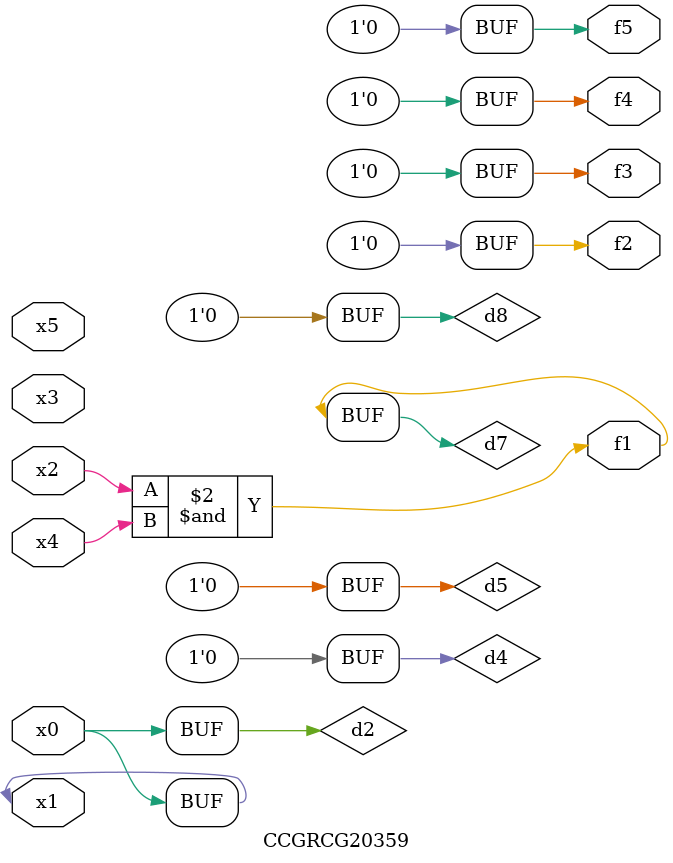
<source format=v>
module CCGRCG20359(
	input x0, x1, x2, x3, x4, x5,
	output f1, f2, f3, f4, f5
);

	wire d1, d2, d3, d4, d5, d6, d7, d8, d9;

	nand (d1, x1);
	buf (d2, x0, x1);
	nand (d3, x2, x4);
	and (d4, d1, d2);
	and (d5, d1, d2);
	nand (d6, d1, d3);
	not (d7, d3);
	xor (d8, d5);
	nor (d9, d5, d6);
	assign f1 = d7;
	assign f2 = d8;
	assign f3 = d8;
	assign f4 = d8;
	assign f5 = d8;
endmodule

</source>
